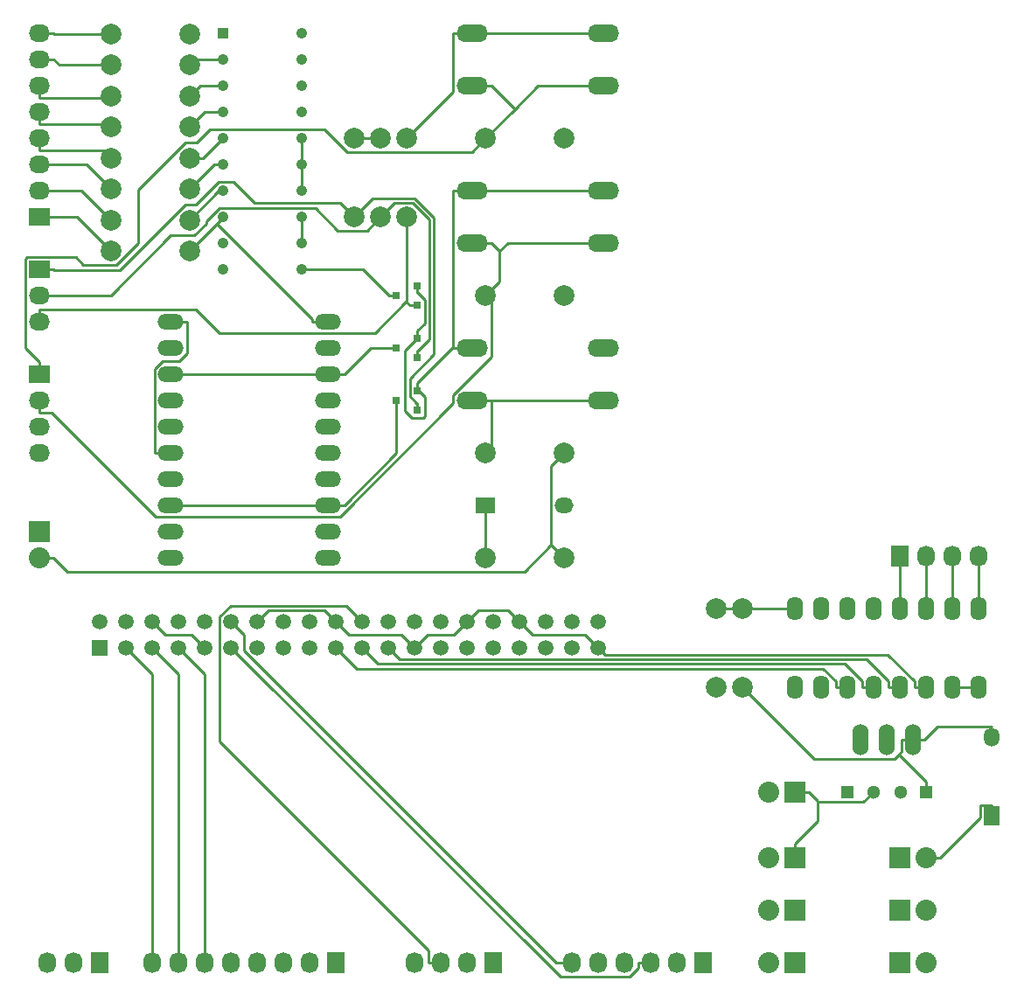
<source format=gbr>
G04 #@! TF.FileFunction,Copper,L1,Top,Signal*
%FSLAX46Y46*%
G04 Gerber Fmt 4.6, Leading zero omitted, Abs format (unit mm)*
G04 Created by KiCad (PCBNEW 4.0.2+dfsg1-stable) date 2019年09月16日 21時23分18秒*
%MOMM*%
G01*
G04 APERTURE LIST*
%ADD10C,0.100000*%
%ADD11R,1.508000X1.508000*%
%ADD12C,1.508000*%
%ADD13R,1.300000X1.300000*%
%ADD14C,1.300000*%
%ADD15R,2.032000X2.032000*%
%ADD16O,2.032000X2.032000*%
%ADD17R,1.727200X2.032000*%
%ADD18O,1.727200X2.032000*%
%ADD19R,2.032000X1.727200*%
%ADD20O,2.032000X1.727200*%
%ADD21R,0.800100X0.800100*%
%ADD22C,1.998980*%
%ADD23O,2.524000X1.524000*%
%ADD24R,1.824000X1.524000*%
%ADD25O,1.824000X1.524000*%
%ADD26O,3.048000X1.727200*%
%ADD27O,1.600000X2.300000*%
%ADD28R,1.050000X1.050000*%
%ADD29C,1.050000*%
%ADD30O,1.524000X3.048000*%
%ADD31R,1.524000X1.824000*%
%ADD32O,1.524000X1.824000*%
%ADD33C,0.250000*%
G04 APERTURE END LIST*
D10*
D11*
X35560000Y-136160000D03*
D12*
X35560000Y-133620000D03*
X38100000Y-136160000D03*
X38100000Y-133620000D03*
X40640000Y-136160000D03*
X40640000Y-133620000D03*
X43180000Y-136160000D03*
X43180000Y-133620000D03*
X45720000Y-136160000D03*
X45720000Y-133620000D03*
X48260000Y-136160000D03*
X48260000Y-133620000D03*
X50800000Y-136160000D03*
X50800000Y-133620000D03*
X53340000Y-136160000D03*
X53340000Y-133620000D03*
X55880000Y-136160000D03*
X55880000Y-133620000D03*
X58420000Y-136160000D03*
X58420000Y-133620000D03*
X60960000Y-136160000D03*
X60960000Y-133620000D03*
X63500000Y-136160000D03*
X63500000Y-133620000D03*
X66040000Y-136160000D03*
X66040000Y-133620000D03*
X68580000Y-136160000D03*
X68580000Y-133620000D03*
X71120000Y-136160000D03*
X71120000Y-133620000D03*
X73660000Y-136160000D03*
X73660000Y-133620000D03*
X76200000Y-136160000D03*
X76200000Y-133620000D03*
X78740000Y-136160000D03*
X78740000Y-133620000D03*
X81280000Y-136160000D03*
X81280000Y-133620000D03*
X83820000Y-136160000D03*
X83820000Y-133620000D03*
D13*
X115570000Y-150130000D03*
D14*
X113070000Y-150130000D03*
D13*
X107950000Y-150130000D03*
D14*
X110450000Y-150130000D03*
D15*
X113030000Y-161560000D03*
D16*
X115570000Y-161560000D03*
D15*
X113030000Y-166640000D03*
D16*
X115570000Y-166640000D03*
D15*
X113030000Y-156480000D03*
D16*
X115570000Y-156480000D03*
D15*
X102870000Y-150130000D03*
D16*
X100330000Y-150130000D03*
D15*
X102870000Y-156480000D03*
D16*
X100330000Y-156480000D03*
D15*
X102870000Y-161560000D03*
D16*
X100330000Y-161560000D03*
D15*
X102870000Y-166640000D03*
D16*
X100330000Y-166640000D03*
D17*
X113030000Y-127270000D03*
D18*
X115570000Y-127270000D03*
X118110000Y-127270000D03*
X120650000Y-127270000D03*
D17*
X93980000Y-166640000D03*
D18*
X91440000Y-166640000D03*
X88900000Y-166640000D03*
X86360000Y-166640000D03*
X83820000Y-166640000D03*
X81280000Y-166640000D03*
D17*
X58420000Y-166640000D03*
D18*
X55880000Y-166640000D03*
X53340000Y-166640000D03*
X50800000Y-166640000D03*
X48260000Y-166640000D03*
X45720000Y-166640000D03*
X43180000Y-166640000D03*
X40640000Y-166640000D03*
D17*
X73660000Y-166640000D03*
D18*
X71120000Y-166640000D03*
X68580000Y-166640000D03*
X66040000Y-166640000D03*
D17*
X35560000Y-166640000D03*
D18*
X33020000Y-166640000D03*
X30480000Y-166640000D03*
D15*
X29730000Y-124910000D03*
D16*
X29730000Y-127450000D03*
D19*
X29730000Y-99510000D03*
D20*
X29730000Y-102050000D03*
X29730000Y-104590000D03*
D19*
X29730000Y-94430000D03*
D20*
X29730000Y-91890000D03*
X29730000Y-89350000D03*
X29730000Y-86810000D03*
X29730000Y-84270000D03*
X29730000Y-81730000D03*
X29730000Y-79190000D03*
X29730000Y-76650000D03*
D19*
X29730000Y-109670000D03*
D20*
X29730000Y-112210000D03*
X29730000Y-114750000D03*
X29730000Y-117290000D03*
D21*
X66290760Y-113160000D03*
X66290760Y-111260000D03*
X64291780Y-112210000D03*
X66290760Y-108080000D03*
X66290760Y-106180000D03*
X64291780Y-107130000D03*
X66290760Y-103000000D03*
X66290760Y-101100000D03*
X64291780Y-102050000D03*
D22*
X97790000Y-139970000D03*
X97790000Y-132350000D03*
X95250000Y-132350000D03*
X95250000Y-139970000D03*
X44250000Y-76740000D03*
X36630000Y-76740000D03*
X44250000Y-79740000D03*
X36630000Y-79740000D03*
X44250000Y-82740000D03*
X36630000Y-82740000D03*
X44250000Y-85740000D03*
X36630000Y-85740000D03*
X44250000Y-88740000D03*
X36630000Y-88740000D03*
X60210000Y-94430000D03*
X60210000Y-86810000D03*
X44250000Y-91740000D03*
X36630000Y-91740000D03*
X44250000Y-94740000D03*
X36630000Y-94740000D03*
X44250000Y-97740000D03*
X36630000Y-97740000D03*
X62750000Y-94430000D03*
X62750000Y-86810000D03*
X80530000Y-127450000D03*
X72910000Y-127450000D03*
X80530000Y-117290000D03*
X72910000Y-117290000D03*
X80530000Y-102050000D03*
X72910000Y-102050000D03*
X80530000Y-86810000D03*
X72910000Y-86810000D03*
X65290000Y-94430000D03*
X65290000Y-86810000D03*
D23*
X57670000Y-127450000D03*
X57670000Y-124910000D03*
X57670000Y-122370000D03*
X57670000Y-119830000D03*
X57670000Y-117290000D03*
X42430000Y-117290000D03*
X42430000Y-119830000D03*
X42430000Y-122370000D03*
X42430000Y-124910000D03*
X42430000Y-127450000D03*
X57670000Y-114750000D03*
X57670000Y-112210000D03*
X57670000Y-109670000D03*
X57670000Y-107130000D03*
X57670000Y-104590000D03*
X42430000Y-104590000D03*
X42430000Y-107130000D03*
X42430000Y-109670000D03*
X42430000Y-112210000D03*
X42430000Y-114750000D03*
D24*
X72910000Y-122370000D03*
D25*
X80530000Y-122370000D03*
D26*
X71640000Y-112210000D03*
X71640000Y-107130000D03*
X84340000Y-112210000D03*
X84340000Y-107130000D03*
X71640000Y-96970000D03*
X71640000Y-91890000D03*
X84340000Y-96970000D03*
X84340000Y-91890000D03*
X71640000Y-81730000D03*
X71640000Y-76650000D03*
X84340000Y-81730000D03*
X84340000Y-76650000D03*
D27*
X120650000Y-132350000D03*
X118110000Y-132350000D03*
X115570000Y-132350000D03*
X113030000Y-132350000D03*
X110490000Y-132350000D03*
X107950000Y-132350000D03*
X105410000Y-132350000D03*
X102870000Y-132350000D03*
X102870000Y-139970000D03*
X105410000Y-139970000D03*
X107950000Y-139970000D03*
X110490000Y-139970000D03*
X113030000Y-139970000D03*
X115570000Y-139970000D03*
X118110000Y-139970000D03*
X120650000Y-139970000D03*
D28*
X47510000Y-76650000D03*
D29*
X47510000Y-79190000D03*
X47510000Y-81730000D03*
X47510000Y-84270000D03*
X47510000Y-86810000D03*
X47510000Y-89350000D03*
X47510000Y-91890000D03*
X47510000Y-94430000D03*
X47510000Y-96970000D03*
X47510000Y-99510000D03*
X55110000Y-99510000D03*
X55110000Y-96970000D03*
X55110000Y-94430000D03*
X55110000Y-91890000D03*
X55110000Y-89350000D03*
X55110000Y-86810000D03*
X55110000Y-84270000D03*
X55110000Y-81730000D03*
X55110000Y-79190000D03*
X55110000Y-76650000D03*
D30*
X114300000Y-145050000D03*
X111760000Y-145050000D03*
X109220000Y-145050000D03*
D31*
X121920000Y-152400000D03*
D32*
X121920000Y-144780000D03*
D33*
X40640000Y-138700000D02*
X40640000Y-166640000D01*
X38100000Y-136160000D02*
X40640000Y-138700000D01*
X120650000Y-139970000D02*
X118110000Y-139970000D01*
X43180000Y-138700000D02*
X40640000Y-136160000D01*
X43180000Y-166640000D02*
X43180000Y-138700000D01*
X102870000Y-150130000D02*
X104211300Y-150130000D01*
X41910000Y-134890000D02*
X40640000Y-133620000D01*
X44450000Y-134890000D02*
X41910000Y-134890000D01*
X45720000Y-136160000D02*
X44450000Y-134890000D01*
X102870000Y-156480000D02*
X102870000Y-155138700D01*
X109474600Y-151105400D02*
X110450000Y-150130000D01*
X105074100Y-151105400D02*
X109474600Y-151105400D01*
X105074100Y-150992800D02*
X105074100Y-151105400D01*
X104211300Y-150130000D02*
X105074100Y-150992800D01*
X105074100Y-152934600D02*
X102870000Y-155138700D01*
X105074100Y-151105400D02*
X105074100Y-152934600D01*
X57330100Y-132530100D02*
X58420000Y-133620000D01*
X51889900Y-132530100D02*
X57330100Y-132530100D01*
X50800000Y-133620000D02*
X51889900Y-132530100D01*
X72200500Y-132539500D02*
X71120000Y-133620000D01*
X75119500Y-132539500D02*
X72200500Y-132539500D01*
X76200000Y-133620000D02*
X75119500Y-132539500D01*
X67310000Y-134890000D02*
X66040000Y-136160000D01*
X69850000Y-134890000D02*
X67310000Y-134890000D01*
X71120000Y-133620000D02*
X69850000Y-134890000D01*
X59690000Y-134890000D02*
X58420000Y-133620000D01*
X64770000Y-134890000D02*
X59690000Y-134890000D01*
X66040000Y-136160000D02*
X64770000Y-134890000D01*
X115570000Y-139970000D02*
X114444700Y-139970000D01*
X84474800Y-136814800D02*
X83820000Y-136160000D01*
X111852100Y-136814800D02*
X84474800Y-136814800D01*
X114444700Y-139407400D02*
X111852100Y-136814800D01*
X114444700Y-139970000D02*
X114444700Y-139407400D01*
X77470000Y-134890000D02*
X76200000Y-133620000D01*
X82550000Y-134890000D02*
X77470000Y-134890000D01*
X83820000Y-136160000D02*
X82550000Y-134890000D01*
X45720000Y-138700000D02*
X43180000Y-136160000D01*
X45720000Y-166640000D02*
X45720000Y-138700000D01*
X80128900Y-168028900D02*
X48260000Y-136160000D01*
X86842300Y-168028900D02*
X80128900Y-168028900D01*
X87711100Y-167160100D02*
X86842300Y-168028900D01*
X87711100Y-166640000D02*
X87711100Y-167160100D01*
X88900000Y-166640000D02*
X87711100Y-166640000D01*
X49530000Y-134890000D02*
X48260000Y-133620000D01*
X49530000Y-136462000D02*
X49530000Y-134890000D01*
X79708000Y-166640000D02*
X49530000Y-136462000D01*
X81280000Y-166640000D02*
X79708000Y-166640000D01*
X60425900Y-138165900D02*
X58420000Y-136160000D01*
X105583200Y-138165900D02*
X60425900Y-138165900D01*
X106824700Y-139407400D02*
X105583200Y-138165900D01*
X106824700Y-139970000D02*
X106824700Y-139407400D01*
X107950000Y-139970000D02*
X106824700Y-139970000D01*
X110490000Y-139970000D02*
X109364700Y-139970000D01*
X62515500Y-137715500D02*
X60960000Y-136160000D01*
X107672800Y-137715500D02*
X62515500Y-137715500D01*
X109364700Y-139407400D02*
X107672800Y-137715500D01*
X109364700Y-139970000D02*
X109364700Y-139407400D01*
X59419700Y-132079700D02*
X60960000Y-133620000D01*
X48262100Y-132079700D02*
X59419700Y-132079700D01*
X47174500Y-133167300D02*
X48262100Y-132079700D01*
X47174500Y-145234500D02*
X47174500Y-133167300D01*
X67391100Y-165451100D02*
X47174500Y-145234500D01*
X67391100Y-166640000D02*
X67391100Y-165451100D01*
X68580000Y-166640000D02*
X67391100Y-166640000D01*
X113030000Y-139970000D02*
X111904700Y-139970000D01*
X111904700Y-139407400D02*
X111904700Y-139970000D01*
X109762500Y-137265200D02*
X111904700Y-139407400D01*
X64605200Y-137265200D02*
X109762500Y-137265200D01*
X63500000Y-136160000D02*
X64605200Y-137265200D01*
X116657300Y-143780000D02*
X115387300Y-145050000D01*
X121920000Y-143780000D02*
X116657300Y-143780000D01*
X114300000Y-145050000D02*
X115387300Y-145050000D01*
X114300000Y-145050000D02*
X113212700Y-145050000D01*
X115570000Y-150130000D02*
X115570000Y-149154700D01*
X112505100Y-146914400D02*
X112917400Y-146502100D01*
X104734400Y-146914400D02*
X112505100Y-146914400D01*
X97790000Y-139970000D02*
X104734400Y-146914400D01*
X113212700Y-146206800D02*
X112917400Y-146502100D01*
X113212700Y-145050000D02*
X113212700Y-146206800D01*
X112917400Y-146502100D02*
X115570000Y-149154700D01*
X61026400Y-99510000D02*
X63566400Y-102050000D01*
X55110000Y-99510000D02*
X61026400Y-99510000D01*
X64291800Y-102050000D02*
X63566400Y-102050000D01*
X55110000Y-89350000D02*
X55110000Y-91890000D01*
X55110000Y-94430000D02*
X55110000Y-96970000D01*
X55110000Y-86810000D02*
X55110000Y-89350000D01*
X44800000Y-79190000D02*
X44250000Y-79740000D01*
X47510000Y-79190000D02*
X44800000Y-79190000D01*
X40842700Y-109174900D02*
X40842700Y-117290000D01*
X41617600Y-108400000D02*
X40842700Y-109174900D01*
X43266600Y-108400000D02*
X41617600Y-108400000D01*
X44017300Y-107649300D02*
X43266600Y-108400000D01*
X44017300Y-104590000D02*
X44017300Y-107649300D01*
X42430000Y-104590000D02*
X44017300Y-104590000D01*
X42430000Y-117290000D02*
X40842700Y-117290000D01*
X45260000Y-81730000D02*
X44250000Y-82740000D01*
X47510000Y-81730000D02*
X45260000Y-81730000D01*
X45720000Y-84270000D02*
X44250000Y-85740000D01*
X47510000Y-84270000D02*
X45720000Y-84270000D01*
X45580000Y-88740000D02*
X44250000Y-88740000D01*
X47510000Y-86810000D02*
X45580000Y-88740000D01*
X46640000Y-89350000D02*
X44250000Y-91740000D01*
X47510000Y-89350000D02*
X46640000Y-89350000D01*
X47100000Y-91890000D02*
X44250000Y-94740000D01*
X47510000Y-91890000D02*
X47100000Y-91890000D01*
X57670000Y-104590000D02*
X56082700Y-104590000D01*
X56082700Y-104301800D02*
X56082700Y-104590000D01*
X46885500Y-95104500D02*
X56082700Y-104301800D01*
X47510000Y-94480000D02*
X46885500Y-95104500D01*
X47510000Y-94430000D02*
X47510000Y-94480000D01*
X46885500Y-95104500D02*
X44250000Y-97740000D01*
X113030000Y-127270000D02*
X113030000Y-132350000D01*
X115570000Y-132350000D02*
X115570000Y-127270000D01*
X118110000Y-132350000D02*
X118110000Y-127270000D01*
X120650000Y-127270000D02*
X120650000Y-132350000D01*
X62750000Y-86810000D02*
X60210000Y-86810000D01*
X67016100Y-104729300D02*
X66290800Y-105454600D01*
X67016100Y-102459900D02*
X67016100Y-104729300D01*
X66381500Y-101825300D02*
X67016100Y-102459900D01*
X66290800Y-101825300D02*
X66381500Y-101825300D01*
X66290800Y-101100000D02*
X66290800Y-101825300D01*
X66290800Y-106180000D02*
X66290800Y-105454600D01*
X84340000Y-91890000D02*
X71640000Y-91890000D01*
X71640000Y-91890000D02*
X69790700Y-91890000D01*
X69790700Y-91890000D02*
X69790700Y-107130000D01*
X71640000Y-107130000D02*
X69903300Y-107130000D01*
X69903300Y-107130000D02*
X69790700Y-107130000D01*
X69695400Y-107130000D02*
X69790700Y-107130000D01*
X66290800Y-110534600D02*
X69695400Y-107130000D01*
X66290800Y-111260000D02*
X66290800Y-111078600D01*
X66290800Y-111078600D02*
X66290800Y-110534600D01*
X65085900Y-107384900D02*
X66290800Y-106180000D01*
X65085900Y-113235400D02*
X65085900Y-107384900D01*
X65735900Y-113885400D02*
X65085900Y-113235400D01*
X66861700Y-113885400D02*
X65735900Y-113885400D01*
X67047100Y-113700000D02*
X66861700Y-113885400D01*
X67047100Y-111834900D02*
X67047100Y-113700000D01*
X66290800Y-111078600D02*
X67047100Y-111834900D01*
X84340000Y-76650000D02*
X71640000Y-76650000D01*
X69790700Y-82309300D02*
X65290000Y-86810000D01*
X69790700Y-76650000D02*
X69790700Y-82309300D01*
X71640000Y-76650000D02*
X69790700Y-76650000D01*
X29730000Y-127450000D02*
X31071300Y-127450000D01*
X32411400Y-128790100D02*
X31071300Y-127450000D01*
X76678700Y-128790100D02*
X32411400Y-128790100D01*
X79274400Y-126194400D02*
X76678700Y-128790100D01*
X79274400Y-118545600D02*
X79274400Y-126194400D01*
X80530000Y-117290000D02*
X79274400Y-118545600D01*
X79274400Y-126194400D02*
X80530000Y-127450000D01*
X66290800Y-113160000D02*
X66290800Y-112434600D01*
X29730000Y-99510000D02*
X31071300Y-99510000D01*
X31155700Y-99594400D02*
X31071300Y-99510000D01*
X37505100Y-99594400D02*
X31155700Y-99594400D01*
X43859500Y-93240000D02*
X37505100Y-99594400D01*
X44868600Y-93240000D02*
X43859500Y-93240000D01*
X47092700Y-91015900D02*
X44868600Y-93240000D01*
X48478900Y-91015900D02*
X47092700Y-91015900D01*
X50551000Y-93088000D02*
X48478900Y-91015900D01*
X58868000Y-93088000D02*
X50551000Y-93088000D01*
X60210000Y-94430000D02*
X58868000Y-93088000D01*
X62005000Y-92635000D02*
X60210000Y-94430000D01*
X66049800Y-92635000D02*
X62005000Y-92635000D01*
X67930400Y-94515600D02*
X66049800Y-92635000D01*
X67930400Y-107748900D02*
X67930400Y-94515600D01*
X65565400Y-110113900D02*
X67930400Y-107748900D01*
X65565400Y-111800000D02*
X65565400Y-110113900D01*
X66200000Y-112434600D02*
X65565400Y-111800000D01*
X66290800Y-112434600D02*
X66200000Y-112434600D01*
X66290800Y-108080000D02*
X66290800Y-107354600D01*
X61425100Y-95754900D02*
X62750000Y-94430000D01*
X58621900Y-95754900D02*
X61425100Y-95754900D01*
X56434400Y-93567400D02*
X58621900Y-95754900D01*
X47168900Y-93567400D02*
X56434400Y-93567400D01*
X45848500Y-94887800D02*
X47168900Y-93567400D01*
X45848500Y-95114200D02*
X45848500Y-94887800D01*
X44722700Y-96240000D02*
X45848500Y-95114200D01*
X42435600Y-96240000D02*
X44722700Y-96240000D01*
X36625600Y-102050000D02*
X42435600Y-96240000D01*
X29730000Y-102050000D02*
X36625600Y-102050000D01*
X66381500Y-107354600D02*
X66290800Y-107354600D01*
X67475100Y-106261000D02*
X66381500Y-107354600D01*
X67475100Y-94697200D02*
X67475100Y-106261000D01*
X65863200Y-93085300D02*
X67475100Y-94697200D01*
X64094700Y-93085300D02*
X65863200Y-93085300D01*
X62750000Y-94430000D02*
X64094700Y-93085300D01*
X29730000Y-104590000D02*
X29730000Y-103401100D01*
X66290800Y-103000000D02*
X65565400Y-103000000D01*
X65565400Y-103000000D02*
X65219000Y-102653500D01*
X44843700Y-103401100D02*
X29730000Y-103401100D01*
X47125700Y-105683100D02*
X44843700Y-103401100D01*
X62189400Y-105683100D02*
X47125700Y-105683100D01*
X65219000Y-102653500D02*
X62189400Y-105683100D01*
X65290000Y-102582500D02*
X65219000Y-102653500D01*
X65290000Y-94430000D02*
X65290000Y-102582500D01*
X33320000Y-94430000D02*
X29730000Y-94430000D01*
X36630000Y-97740000D02*
X33320000Y-94430000D01*
X33780000Y-91890000D02*
X36630000Y-94740000D01*
X29730000Y-91890000D02*
X33780000Y-91890000D01*
X34240000Y-89350000D02*
X29730000Y-89350000D01*
X36630000Y-91740000D02*
X34240000Y-89350000D01*
X35888900Y-87998900D02*
X29730000Y-87998900D01*
X36630000Y-88740000D02*
X35888900Y-87998900D01*
X29730000Y-86810000D02*
X29730000Y-87998900D01*
X36348900Y-85458900D02*
X29730000Y-85458900D01*
X36630000Y-85740000D02*
X36348900Y-85458900D01*
X29730000Y-84270000D02*
X29730000Y-85458900D01*
X36451100Y-82918900D02*
X29730000Y-82918900D01*
X36630000Y-82740000D02*
X36451100Y-82918900D01*
X29730000Y-81730000D02*
X29730000Y-82918900D01*
X31621300Y-79740000D02*
X31071300Y-79190000D01*
X36630000Y-79740000D02*
X31621300Y-79740000D01*
X29730000Y-79190000D02*
X31071300Y-79190000D01*
X31161300Y-76740000D02*
X31071300Y-76650000D01*
X36630000Y-76740000D02*
X31161300Y-76740000D01*
X29730000Y-76650000D02*
X31071300Y-76650000D01*
X71640000Y-81730000D02*
X73489300Y-81730000D01*
X73489300Y-81730000D02*
X75739700Y-83980300D01*
X77990000Y-81730000D02*
X75739700Y-83980300D01*
X84340000Y-81730000D02*
X77990000Y-81730000D01*
X75739700Y-83980300D02*
X72910000Y-86810000D01*
X28384900Y-107136000D02*
X29730000Y-108481100D01*
X28384900Y-98459500D02*
X28384900Y-107136000D01*
X28523400Y-98321000D02*
X28384900Y-98459500D01*
X33232100Y-98321000D02*
X28523400Y-98321000D01*
X33976000Y-99064900D02*
X33232100Y-98321000D01*
X37180900Y-99064900D02*
X33976000Y-99064900D01*
X39263700Y-96982100D02*
X37180900Y-99064900D01*
X39263700Y-91831200D02*
X39263700Y-96982100D01*
X43854900Y-87240000D02*
X39263700Y-91831200D01*
X44949200Y-87240000D02*
X43854900Y-87240000D01*
X46241800Y-85947400D02*
X44949200Y-87240000D01*
X57312300Y-85947400D02*
X46241800Y-85947400D01*
X59501400Y-88136500D02*
X57312300Y-85947400D01*
X71583500Y-88136500D02*
X59501400Y-88136500D01*
X72910000Y-86810000D02*
X71583500Y-88136500D01*
X29730000Y-109670000D02*
X29730000Y-108481100D01*
X71640000Y-96970000D02*
X73489300Y-96970000D01*
X75081300Y-96970000D02*
X74285300Y-97766000D01*
X84340000Y-96970000D02*
X75081300Y-96970000D01*
X74285300Y-97766000D02*
X73489300Y-96970000D01*
X74285300Y-100674700D02*
X74285300Y-97766000D01*
X72910000Y-102050000D02*
X74285300Y-100674700D01*
X73505800Y-102645800D02*
X72910000Y-102050000D01*
X73505800Y-107993100D02*
X73505800Y-102645800D01*
X69790600Y-111708300D02*
X73505800Y-107993100D01*
X69790600Y-112480800D02*
X69790600Y-111708300D01*
X58807300Y-123464100D02*
X69790600Y-112480800D01*
X40984100Y-123464100D02*
X58807300Y-123464100D01*
X30918900Y-113398900D02*
X40984100Y-123464100D01*
X29730000Y-113398900D02*
X30918900Y-113398900D01*
X29730000Y-112210000D02*
X29730000Y-113398900D01*
X71640000Y-112210000D02*
X73489300Y-112210000D01*
X73489300Y-116710700D02*
X72910000Y-117290000D01*
X73489300Y-112210000D02*
X73489300Y-116710700D01*
X84340000Y-112210000D02*
X73489300Y-112210000D01*
X72910000Y-122370000D02*
X72910000Y-127450000D01*
X42430000Y-122370000D02*
X57670000Y-122370000D01*
X57670000Y-122370000D02*
X59257300Y-122370000D01*
X64291800Y-112210000D02*
X64291800Y-112935300D01*
X64291800Y-117335500D02*
X64291800Y-112935300D01*
X59257300Y-122370000D02*
X64291800Y-117335500D01*
X42430000Y-109670000D02*
X57670000Y-109670000D01*
X57670000Y-109670000D02*
X59257300Y-109670000D01*
X61797300Y-107130000D02*
X64291800Y-107130000D01*
X59257300Y-109670000D02*
X61797300Y-107130000D01*
X102870000Y-132350000D02*
X97790000Y-132350000D01*
X97790000Y-132350000D02*
X95250000Y-132350000D01*
X120832700Y-152558600D02*
X116911300Y-156480000D01*
X120832700Y-151400000D02*
X120832700Y-152558600D01*
X115570000Y-156480000D02*
X116911300Y-156480000D01*
X121920000Y-151400000D02*
X120832700Y-151400000D01*
M02*

</source>
